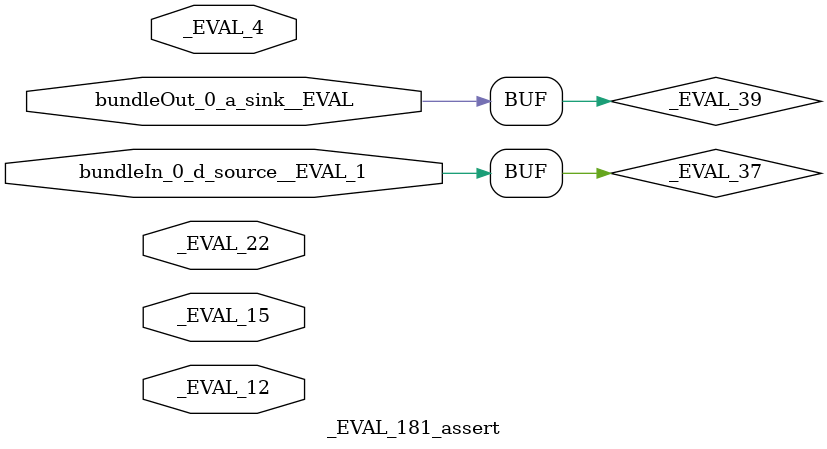
<source format=sv>
module _EVAL_181_assert(
  input   _EVAL_4,
  input   _EVAL_12,
  input   _EVAL_15,
  input   _EVAL_22,
  input   bundleIn_0_d_source__EVAL_1,
  input   bundleOut_0_a_sink__EVAL
);
  wire  _EVAL_28;
  wire  _EVAL_29;
  wire  _EVAL_30;
  wire  _EVAL_31;
  wire  _EVAL_32;
  wire  _EVAL_33;
  wire  _EVAL_34;
  wire  _EVAL_35;
  wire  _EVAL_36;
  wire  _EVAL_37;
  wire  _EVAL_38;
  wire  _EVAL_39;
  wire  _EVAL_40;
  wire  _EVAL_41;
  wire  _EVAL_42;
  assign _EVAL_38 = _EVAL_39 & _EVAL_40;
  assign _EVAL_39 = bundleOut_0_a_sink__EVAL;
  assign _EVAL_35 = _EVAL_29 & _EVAL_40;
  assign _EVAL_32 = _EVAL_15 & _EVAL_28;
  assign _EVAL_42 = _EVAL_29 & _EVAL_12;
  assign _EVAL_31 = _EVAL_33 & _EVAL_37;
  assign _EVAL_34 = ~_EVAL_22;
  assign _EVAL_40 = ~_EVAL_12;
  assign _EVAL_37 = bundleIn_0_d_source__EVAL_1;
  assign _EVAL_41 = _EVAL_33 & _EVAL_28;
  assign _EVAL_28 = ~_EVAL_37;
  assign _EVAL_33 = ~_EVAL_15;
  assign _EVAL_36 = _EVAL_15 & _EVAL_37;
  assign _EVAL_29 = ~_EVAL_39;
  assign _EVAL_30 = _EVAL_39 & _EVAL_12;
  always @(posedge _EVAL_4) begin
    `ifndef SYNTHESIS
    `ifdef PRINTF_COND
      if (`PRINTF_COND) begin
    `endif
        if (_EVAL_31 & _EVAL_34) begin
          $fwrite(32'h80000002,"Obfuscated Simulation Output(c2d3437a)\n");
        end
    `ifdef PRINTF_COND
      end
    `endif
    `endif // SYNTHESIS
    `ifndef SYNTHESIS
    `ifdef PRINTF_COND
      if (`PRINTF_COND) begin
    `endif
        if (_EVAL_36 & _EVAL_34) begin
          $fwrite(32'h80000002,"Obfuscated Simulation Output(da55e811)\n");
        end
    `ifdef PRINTF_COND
      end
    `endif
    `endif // SYNTHESIS
    `ifndef SYNTHESIS
    `ifdef PRINTF_COND
      if (`PRINTF_COND) begin
    `endif
        if (_EVAL_41 & _EVAL_34) begin
          $fwrite(32'h80000002,"Obfuscated Simulation Output(6d5ff38c)\n");
        end
    `ifdef PRINTF_COND
      end
    `endif
    `endif // SYNTHESIS
    `ifndef SYNTHESIS
    `ifdef PRINTF_COND
      if (`PRINTF_COND) begin
    `endif
        if (_EVAL_35 & _EVAL_34) begin
          $fwrite(32'h80000002,"Obfuscated Simulation Output(7bbd6c5c)\n");
        end
    `ifdef PRINTF_COND
      end
    `endif
    `endif // SYNTHESIS
    `ifndef SYNTHESIS
    `ifdef PRINTF_COND
      if (`PRINTF_COND) begin
    `endif
        if (_EVAL_42 & _EVAL_34) begin
          $fwrite(32'h80000002,"Obfuscated Simulation Output(3ad1962e)\n");
        end
    `ifdef PRINTF_COND
      end
    `endif
    `endif // SYNTHESIS
    `ifndef SYNTHESIS
    `ifdef PRINTF_COND
      if (`PRINTF_COND) begin
    `endif
        if (_EVAL_30 & _EVAL_34) begin
          $fwrite(32'h80000002,"Obfuscated Simulation Output(9df5ae29)\n");
        end
    `ifdef PRINTF_COND
      end
    `endif
    `endif // SYNTHESIS
    `ifndef SYNTHESIS
    `ifdef PRINTF_COND
      if (`PRINTF_COND) begin
    `endif
        if (_EVAL_38 & _EVAL_34) begin
          $fwrite(32'h80000002,"Obfuscated Simulation Output(c10763ae)\n");
        end
    `ifdef PRINTF_COND
      end
    `endif
    `endif // SYNTHESIS
    `ifndef SYNTHESIS
    `ifdef PRINTF_COND
      if (`PRINTF_COND) begin
    `endif
        if (_EVAL_32 & _EVAL_34) begin
          $fwrite(32'h80000002,"Obfuscated Simulation Output(c1b5d73d)\n");
        end
    `ifdef PRINTF_COND
      end
    `endif
    `endif // SYNTHESIS
  end

endmodule

</source>
